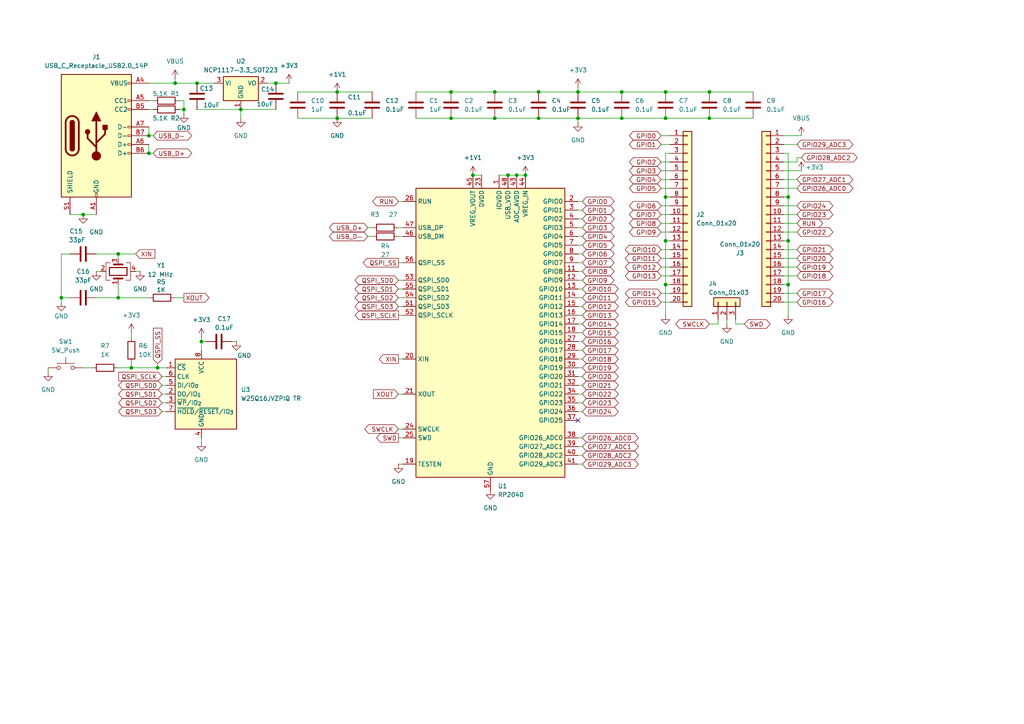
<source format=kicad_sch>
(kicad_sch (version 20250114) (generator "eeschema") (generator_version "9.0")
  (paper "A4")
  (lib_symbols
    (symbol "Connector:USB_C_Receptacle_USB2.0_14P" (pin_names (offset 1.016))
      (property "Reference" "J" (at 0 22.225 0))
      (property "Value" "USB_C_Receptacle_USB2.0_14P" (at 0 19.685 0))
      (symbol "USB_C_Receptacle_USB2.0_14P_1_1"
        (pin passive line (at -7.62 -22.86 90) (length 5.08) (name "SHIELD") (number "S1"))
        (pin passive line (at 0 -22.86 90) (length 5.08) (name "GND") (number "A1"))
        (pin passive line (at 0 -22.86 90) (length 5.08) (hide yes) (name "GND") (number "A12"))
        (pin passive line (at 0 -22.86 90) (length 5.08) (hide yes) (name "GND") (number "B1"))
        (pin passive line (at 0 -22.86 90) (length 5.08) (hide yes) (name "GND") (number "B12"))
        (pin passive line (at 15.24 15.24 180) (length 5.08) (name "VBUS") (number "A4"))
        (pin passive line (at 15.24 15.24 180) (length 5.08) (hide yes) (name "VBUS") (number "A9"))
        (pin passive line (at 15.24 15.24 180) (length 5.08) (hide yes) (name "VBUS") (number "B4"))
        (pin passive line (at 15.24 15.24 180) (length 5.08) (hide yes) (name "VBUS") (number "B9"))
        (pin bidirectional line (at 15.24 10.16 180) (length 5.08) (name "CC1") (number "A5"))
        (pin bidirectional line (at 15.24 7.62 180) (length 5.08) (name "CC2") (number "B5"))
        (pin bidirectional line (at 15.24 2.54 180) (length 5.08) (name "D-") (number "A7"))
        (pin bidirectional line (at 15.24 0 180) (length 5.08) (name "D-") (number "B7"))
        (pin bidirectional line (at 15.24 -2.54 180) (length 5.08) (name "D+") (number "A6"))
        (pin bidirectional line (at 15.24 -5.08 180) (length 5.08) (name "D+") (number "B6"))
      )
    )
    (symbol "Connector_Generic:Conn_01x03" (pin_names (offset 1.016) (hide yes))
      (property "Reference" "J" (at 0 5.08 0))
      (property "Value" "Conn_01x03" (at 0 -5.08 0))
      (symbol "Conn_01x03_1_1"
        (pin passive line (at -5.08 2.54 0) (length 3.81) (name "Pin_1") (number "1"))
        (pin passive line (at -5.08 0 0) (length 3.81) (name "Pin_2") (number "2"))
        (pin passive line (at -5.08 -2.54 0) (length 3.81) (name "Pin_3") (number "3"))
      )
    )
    (symbol "Connector_Generic:Conn_01x20" (pin_names (offset 1.016) (hide yes))
      (property "Reference" "J" (at 0 25.4 0))
      (property "Value" "Conn_01x20" (at 0 -27.94 0))
      (symbol "Conn_01x20_1_1"
        (pin passive line (at -5.08 22.86 0) (length 3.81) (name "Pin_1") (number "1"))
        (pin passive line (at -5.08 20.32 0) (length 3.81) (name "Pin_2") (number "2"))
        (pin passive line (at -5.08 17.78 0) (length 3.81) (name "Pin_3") (number "3"))
        (pin passive line (at -5.08 15.24 0) (length 3.81) (name "Pin_4") (number "4"))
        (pin passive line (at -5.08 12.7 0) (length 3.81) (name "Pin_5") (number "5"))
        (pin passive line (at -5.08 10.16 0) (length 3.81) (name "Pin_6") (number "6"))
        (pin passive line (at -5.08 7.62 0) (length 3.81) (name "Pin_7") (number "7"))
        (pin passive line (at -5.08 5.08 0) (length 3.81) (name "Pin_8") (number "8"))
        (pin passive line (at -5.08 2.54 0) (length 3.81) (name "Pin_9") (number "9"))
        (pin passive line (at -5.08 0 0) (length 3.81) (name "Pin_10") (number "10"))
        (pin passive line (at -5.08 -2.54 0) (length 3.81) (name "Pin_11") (number "11"))
        (pin passive line (at -5.08 -5.08 0) (length 3.81) (name "Pin_12") (number "12"))
        (pin passive line (at -5.08 -7.62 0) (length 3.81) (name "Pin_13") (number "13"))
        (pin passive line (at -5.08 -10.16 0) (length 3.81) (name "Pin_14") (number "14"))
        (pin passive line (at -5.08 -12.7 0) (length 3.81) (name "Pin_15") (number "15"))
        (pin passive line (at -5.08 -15.24 0) (length 3.81) (name "Pin_16") (number "16"))
        (pin passive line (at -5.08 -17.78 0) (length 3.81) (name "Pin_17") (number "17"))
        (pin passive line (at -5.08 -20.32 0) (length 3.81) (name "Pin_18") (number "18"))
        (pin passive line (at -5.08 -22.86 0) (length 3.81) (name "Pin_19") (number "19"))
        (pin passive line (at -5.08 -25.4 0) (length 3.81) (name "Pin_20") (number "20"))
      )
    )
    (symbol "Device:C" (pin_numbers (hide yes)) (pin_names (offset 0.254))
      (property "Reference" "C" (at 0.635 2.54 0))
      (property "Value" "C" (at 0.635 -2.54 0))
      (symbol "C_1_1"
        (pin passive line (at 0 3.81 270) (length 2.794) (name "~") (number "1"))
        (pin passive line (at 0 -3.81 90) (length 2.794) (name "~") (number "2"))
      )
    )
    (symbol "Device:Crystal_GND24" (pin_names (offset 1.016) (hide yes))
      (property "Reference" "Y" (at 3.175 5.08 0))
      (property "Value" "Crystal_GND24" (at 3.175 3.175 0))
      (symbol "Crystal_GND24_1_1"
        (pin passive line (at -3.81 0 0) (length 1.27) (name "1") (number "1"))
        (pin passive line (at 0 5.08 270) (length 1.27) (name "2") (number "2"))
        (pin passive line (at 0 -5.08 90) (length 1.27) (name "4") (number "4"))
        (pin passive line (at 3.81 0 180) (length 1.27) (name "3") (number "3"))
      )
    )
    (symbol "Device:R" (pin_numbers (hide yes)) (pin_names (offset 0))
      (property "Reference" "R" (at 2.032 0 90))
      (property "Value" "R" (at 0 0 90))
      (symbol "R_1_1"
        (pin passive line (at 0 3.81 270) (length 1.27) (name "~") (number "1"))
        (pin passive line (at 0 -3.81 90) (length 1.27) (name "~") (number "2"))
      )
    )
    (symbol "MCU_RaspberryPi:RP2040"
      (property "Reference" "U" (at 17.78 45.72 0))
      (property "Value" "RP2040" (at 17.78 43.18 0))
      (symbol "RP2040_1_1"
        (pin input line (at -25.4 38.1 0) (length 3.81) (name "RUN") (number "26"))
        (pin bidirectional line (at -25.4 30.48 0) (length 3.81) (name "USB_DP") (number "47"))
        (pin bidirectional line (at -25.4 27.94 0) (length 3.81) (name "USB_DM") (number "46"))
        (pin bidirectional line (at -25.4 20.32 0) (length 3.81) (name "QSPI_SS") (number "56"))
        (pin bidirectional line (at -25.4 15.24 0) (length 3.81) (name "QSPI_SD0") (number "53"))
        (pin bidirectional line (at -25.4 12.7 0) (length 3.81) (name "QSPI_SD1") (number "55"))
        (pin bidirectional line (at -25.4 10.16 0) (length 3.81) (name "QSPI_SD2") (number "54"))
        (pin bidirectional line (at -25.4 7.62 0) (length 3.81) (name "QSPI_SD3") (number "51"))
        (pin output line (at -25.4 5.08 0) (length 3.81) (name "QSPI_SCLK") (number "52"))
        (pin input line (at -25.4 -7.62 0) (length 3.81) (name "XIN") (number "20"))
        (pin passive line (at -25.4 -17.78 0) (length 3.81) (name "XOUT") (number "21"))
        (pin input line (at -25.4 -27.94 0) (length 3.81) (name "SWCLK") (number "24"))
        (pin bidirectional line (at -25.4 -30.48 0) (length 3.81) (name "SWD") (number "25"))
        (pin input line (at -25.4 -38.1 0) (length 3.81) (name "TESTEN") (number "19"))
        (pin power_out line (at -5.08 45.72 270) (length 3.81) (name "VREG_VOUT") (number "45"))
        (pin power_in line (at -2.54 45.72 270) (length 3.81) (name "DVDD") (number "23"))
        (pin passive line (at -2.54 45.72 270) (length 3.81) (hide yes) (name "DVDD") (number "50"))
        (pin power_in line (at 0 -45.72 90) (length 3.81) (name "GND") (number "57"))
        (pin power_in line (at 2.54 45.72 270) (length 3.81) (name "IOVDD") (number "1"))
        (pin passive line (at 2.54 45.72 270) (length 3.81) (hide yes) (name "IOVDD") (number "10"))
        (pin passive line (at 2.54 45.72 270) (length 3.81) (hide yes) (name "IOVDD") (number "22"))
        (pin passive line (at 2.54 45.72 270) (length 3.81) (hide yes) (name "IOVDD") (number "33"))
        (pin passive line (at 2.54 45.72 270) (length 3.81) (hide yes) (name "IOVDD") (number "42"))
        (pin passive line (at 2.54 45.72 270) (length 3.81) (hide yes) (name "IOVDD") (number "49"))
        (pin power_in line (at 5.08 45.72 270) (length 3.81) (name "USB_VDD") (number "48"))
        (pin power_in line (at 7.62 45.72 270) (length 3.81) (name "ADC_AVDD") (number "43"))
        (pin power_in line (at 10.16 45.72 270) (length 3.81) (name "VREG_IN") (number "44"))
        (pin bidirectional line (at 25.4 38.1 180) (length 3.81) (name "GPIO0") (number "2"))
        (pin bidirectional line (at 25.4 35.56 180) (length 3.81) (name "GPIO1") (number "3"))
        (pin bidirectional line (at 25.4 33.02 180) (length 3.81) (name "GPIO2") (number "4"))
        (pin bidirectional line (at 25.4 30.48 180) (length 3.81) (name "GPIO3") (number "5"))
        (pin bidirectional line (at 25.4 27.94 180) (length 3.81) (name "GPIO4") (number "6"))
        (pin bidirectional line (at 25.4 25.4 180) (length 3.81) (name "GPIO5") (number "7"))
        (pin bidirectional line (at 25.4 22.86 180) (length 3.81) (name "GPIO6") (number "8"))
        (pin bidirectional line (at 25.4 20.32 180) (length 3.81) (name "GPIO7") (number "9"))
        (pin bidirectional line (at 25.4 17.78 180) (length 3.81) (name "GPIO8") (number "11"))
        (pin bidirectional line (at 25.4 15.24 180) (length 3.81) (name "GPIO9") (number "12"))
        (pin bidirectional line (at 25.4 12.7 180) (length 3.81) (name "GPIO10") (number "13"))
        (pin bidirectional line (at 25.4 10.16 180) (length 3.81) (name "GPIO11") (number "14"))
        (pin bidirectional line (at 25.4 7.62 180) (length 3.81) (name "GPIO12") (number "15"))
        (pin bidirectional line (at 25.4 5.08 180) (length 3.81) (name "GPIO13") (number "16"))
        (pin bidirectional line (at 25.4 2.54 180) (length 3.81) (name "GPIO14") (number "17"))
        (pin bidirectional line (at 25.4 0 180) (length 3.81) (name "GPIO15") (number "18"))
        (pin bidirectional line (at 25.4 -2.54 180) (length 3.81) (name "GPIO16") (number "27"))
        (pin bidirectional line (at 25.4 -5.08 180) (length 3.81) (name "GPIO17") (number "28"))
        (pin bidirectional line (at 25.4 -7.62 180) (length 3.81) (name "GPIO18") (number "29"))
        (pin bidirectional line (at 25.4 -10.16 180) (length 3.81) (name "GPIO19") (number "30"))
        (pin bidirectional line (at 25.4 -12.7 180) (length 3.81) (name "GPIO20") (number "31"))
        (pin bidirectional line (at 25.4 -15.24 180) (length 3.81) (name "GPIO21") (number "32"))
        (pin bidirectional line (at 25.4 -17.78 180) (length 3.81) (name "GPIO22") (number "34"))
        (pin bidirectional line (at 25.4 -20.32 180) (length 3.81) (name "GPIO23") (number "35"))
        (pin bidirectional line (at 25.4 -22.86 180) (length 3.81) (name "GPIO24") (number "36"))
        (pin bidirectional line (at 25.4 -25.4 180) (length 3.81) (name "GPIO25") (number "37"))
        (pin bidirectional line (at 25.4 -30.48 180) (length 3.81) (name "GPIO26_ADC0") (number "38"))
        (pin bidirectional line (at 25.4 -33.02 180) (length 3.81) (name "GPIO27_ADC1") (number "39"))
        (pin bidirectional line (at 25.4 -35.56 180) (length 3.81) (name "GPIO28_ADC2") (number "40"))
        (pin bidirectional line (at 25.4 -38.1 180) (length 3.81) (name "GPIO29_ADC3") (number "41"))
      )
    )
    (symbol "Memory_Flash:W25Q128JVS"
      (property "Reference" "U" (at -6.35 11.43 0))
      (property "Value" "W25Q128JVS" (at 7.62 11.43 0))
      (symbol "W25Q128JVS_1_1"
        (pin input line (at -10.16 7.62 0) (length 2.54) (name "~{CS}") (number "1"))
        (pin input line (at -10.16 5.08 0) (length 2.54) (name "CLK") (number "6"))
        (pin bidirectional line (at -10.16 2.54 0) (length 2.54) (name "DI/IO_{0}") (number "5"))
        (pin bidirectional line (at -10.16 0 0) (length 2.54) (name "DO/IO_{1}") (number "2"))
        (pin bidirectional line (at -10.16 -2.54 0) (length 2.54) (name "~{WP}/IO_{2}") (number "3"))
        (pin bidirectional line (at -10.16 -5.08 0) (length 2.54) (name "~{HOLD}/~{RESET}/IO_{3}") (number "7"))
        (pin power_in line (at 0 12.7 270) (length 2.54) (name "VCC") (number "8"))
        (pin power_in line (at 0 -12.7 90) (length 2.54) (name "GND") (number "4"))
      )
    )
    (symbol "Regulator_Linear:NCP1117-3.3_SOT223"
      (property "Reference" "U" (at -3.81 3.175 0))
      (property "Value" "NCP1117-3.3_SOT223" (at 0 3.175 0))
      (symbol "NCP1117-3.3_SOT223_1_1"
        (pin power_in line (at -7.62 0 0) (length 2.54) (name "VI") (number "3"))
        (pin power_in line (at 0 -7.62 90) (length 2.54) (name "GND") (number "1"))
        (pin power_out line (at 7.62 0 180) (length 2.54) (name "VO") (number "2"))
      )
    )
    (symbol "Switch:SW_Push" (pin_numbers (hide yes)) (pin_names (offset 1.016) (hide yes))
      (property "Reference" "SW" (at 1.27 2.54 0))
      (property "Value" "SW_Push" (at 0 -1.524 0))
      (symbol "SW_Push_0_1"
        (pin passive line (at -5.08 0 0) (length 2.54) (name "1") (number "1"))
        (pin passive line (at 5.08 0 180) (length 2.54) (name "2") (number "2"))
      )
    )
    (symbol "power:+1V1" (power) (pin_numbers (hide yes)) (pin_names (offset 0) (hide yes))
      (property "Value" "+1V1" (at 0 3.556 0))
      (symbol "+1V1_1_1"
        (pin power_in line (at 0 0 90) (length 0) (name "~") (number "1"))
      )
    )
    (symbol "power:+3V3" (power) (pin_numbers (hide yes)) (pin_names (offset 0) (hide yes))
      (property "Value" "+3V3" (at 0 3.556 0))
      (symbol "+3V3_1_1"
        (pin power_in line (at 0 0 90) (length 0) (name "~") (number "1"))
      )
    )
    (symbol "power:GND" (power) (pin_numbers (hide yes)) (pin_names (offset 0) (hide yes))
      (property "Value" "GND" (at 0 -3.81 0))
      (symbol "GND_1_1"
        (pin power_in line (at 0 0 270) (length 0) (name "~") (number "1"))
      )
    )
    (symbol "power:VBUS" (power) (pin_numbers (hide yes)) (pin_names (offset 0) (hide yes))
      (property "Value" "VBUS" (at 0 3.556 0))
      (symbol "VBUS_1_1"
        (pin power_in line (at 0 0 90) (length 0) (name "~") (number "1"))
      )
    )
  )
  (junction (at 43.18 39.37))
  (junction (at 24.13 62.23))
  (junction (at 57.15 24.13))
  (junction (at 193.04 82.55))
  (junction (at 205.74 26.67))
  (junction (at 137.16 50.8))
  (junction (at 143.51 34.29))
  (junction (at 34.29 86.36))
  (junction (at 97.79 26.67))
  (junction (at 58.42 99.06))
  (junction (at 45.72 106.68))
  (junction (at 43.18 44.45))
  (junction (at 167.64 26.67))
  (junction (at 17.78 86.36))
  (junction (at 193.04 57.15))
  (junction (at 193.04 69.85))
  (junction (at 228.6 82.55))
  (junction (at 156.21 26.67))
  (junction (at 205.74 34.29))
  (junction (at 149.86 50.8))
  (junction (at 167.64 34.29))
  (junction (at 69.85 31.75))
  (junction (at 34.29 73.66))
  (junction (at 152.4 50.8))
  (junction (at 50.8 24.13))
  (junction (at 53.34 31.75))
  (junction (at 38.1 106.68))
  (junction (at 228.6 69.85))
  (junction (at 130.81 26.67))
  (junction (at 130.81 34.29))
  (junction (at 143.51 26.67))
  (junction (at 193.04 26.67))
  (junction (at 156.21 34.29))
  (junction (at 193.04 34.29))
  (junction (at 97.79 34.29))
  (junction (at 147.32 50.8))
  (junction (at 80.01 24.13))
  (junction (at 180.34 34.29))
  (junction (at 228.6 57.15))
  (junction (at 180.34 26.67))
  (no_connect (at 167.64 121.92))
  (wire (pts (xy 69.85 31.75) (xy 69.85 34.29)))
  (wire (pts (xy 191.77 62.23) (xy 194.31 62.23)))
  (wire (pts (xy 191.77 87.63) (xy 194.31 87.63)))
  (wire (pts (xy 193.04 26.67) (xy 205.74 26.67)))
  (wire (pts (xy 227.33 80.01) (xy 231.14 80.01)))
  (wire (pts (xy 191.77 77.47) (xy 194.31 77.47)))
  (wire (pts (xy 167.64 68.58) (xy 168.91 68.58)))
  (wire (pts (xy 227.33 77.47) (xy 231.14 77.47)))
  (wire (pts (xy 167.64 129.54) (xy 168.91 129.54)))
  (wire (pts (xy 115.57 114.3) (xy 116.84 114.3)))
  (wire (pts (xy 137.16 50.8) (xy 139.7 50.8)))
  (wire (pts (xy 231.14 45.72) (xy 232.41 45.72)))
  (wire (pts (xy 191.77 64.77) (xy 194.31 64.77)))
  (wire (pts (xy 115.57 76.2) (xy 116.84 76.2)))
  (wire (pts (xy 58.42 97.79) (xy 58.42 99.06)))
  (wire (pts (xy 227.33 41.91) (xy 231.14 41.91)))
  (wire (pts (xy 20.32 62.23) (xy 24.13 62.23)))
  (wire (pts (xy 228.6 44.45) (xy 228.6 57.15)))
  (wire (pts (xy 191.77 41.91) (xy 194.31 41.91)))
  (wire (pts (xy 67.31 99.06) (xy 68.58 99.06)))
  (wire (pts (xy 156.21 34.29) (xy 167.64 34.29)))
  (wire (pts (xy 167.64 63.5) (xy 168.91 63.5)))
  (wire (pts (xy 167.64 104.14) (xy 168.91 104.14)))
  (wire (pts (xy 227.33 49.53) (xy 232.41 49.53)))
  (wire (pts (xy 193.04 82.55) (xy 193.04 91.44)))
  (wire (pts (xy 53.34 29.21) (xy 53.34 31.75)))
  (wire (pts (xy 228.6 69.85) (xy 228.6 57.15)))
  (wire (pts (xy 180.34 26.67) (xy 193.04 26.67)))
  (wire (pts (xy 227.33 85.09) (xy 231.14 85.09)))
  (wire (pts (xy 143.51 26.67) (xy 156.21 26.67)))
  (wire (pts (xy 167.64 58.42) (xy 168.91 58.42)))
  (wire (pts (xy 167.64 26.67) (xy 180.34 26.67)))
  (wire (pts (xy 58.42 127) (xy 58.42 128.27)))
  (wire (pts (xy 115.57 81.28) (xy 116.84 81.28)))
  (wire (pts (xy 208.28 92.71) (xy 208.28 93.98)))
  (wire (pts (xy 46.99 114.3) (xy 48.26 114.3)))
  (wire (pts (xy 167.64 134.62) (xy 168.91 134.62)))
  (wire (pts (xy 24.13 106.68) (xy 26.67 106.68)))
  (wire (pts (xy 227.33 52.07) (xy 231.14 52.07)))
  (wire (pts (xy 115.57 104.14) (xy 116.84 104.14)))
  (wire (pts (xy 86.36 34.29) (xy 97.79 34.29)))
  (wire (pts (xy 191.77 74.93) (xy 194.31 74.93)))
  (wire (pts (xy 45.72 105.41) (xy 45.72 106.68)))
  (wire (pts (xy 115.57 68.58) (xy 116.84 68.58)))
  (wire (pts (xy 46.99 119.38) (xy 48.26 119.38)))
  (wire (pts (xy 120.65 26.67) (xy 130.81 26.67)))
  (wire (pts (xy 227.33 72.39) (xy 231.14 72.39)))
  (wire (pts (xy 167.64 71.12) (xy 168.91 71.12)))
  (wire (pts (xy 46.99 111.76) (xy 48.26 111.76)))
  (wire (pts (xy 115.57 88.9) (xy 116.84 88.9)))
  (wire (pts (xy 27.94 78.74) (xy 29.21 78.74)))
  (wire (pts (xy 191.77 72.39) (xy 194.31 72.39)))
  (wire (pts (xy 77.47 24.13) (xy 80.01 24.13)))
  (wire (pts (xy 231.14 46.99) (xy 231.14 45.72)))
  (wire (pts (xy 34.29 73.66) (xy 39.37 73.66)))
  (wire (pts (xy 43.18 44.45) (xy 44.45 44.45)))
  (wire (pts (xy 53.34 31.75) (xy 52.07 31.75)))
  (wire (pts (xy 191.77 59.69) (xy 194.31 59.69)))
  (wire (pts (xy 167.64 73.66) (xy 168.91 73.66)))
  (wire (pts (xy 50.8 22.86) (xy 50.8 24.13)))
  (wire (pts (xy 208.28 93.98) (xy 205.74 93.98)))
  (wire (pts (xy 13.97 106.68) (xy 13.97 107.95)))
  (wire (pts (xy 227.33 46.99) (xy 231.14 46.99)))
  (wire (pts (xy 228.6 82.55) (xy 228.6 69.85)))
  (wire (pts (xy 167.64 76.2) (xy 168.91 76.2)))
  (wire (pts (xy 227.33 44.45) (xy 228.6 44.45)))
  (wire (pts (xy 115.57 58.42) (xy 116.84 58.42)))
  (wire (pts (xy 52.07 29.21) (xy 53.34 29.21)))
  (wire (pts (xy 130.81 34.29) (xy 143.51 34.29)))
  (wire (pts (xy 167.64 101.6) (xy 168.91 101.6)))
  (wire (pts (xy 167.64 127) (xy 168.91 127)))
  (wire (pts (xy 17.78 86.36) (xy 17.78 87.63)))
  (wire (pts (xy 115.57 83.82) (xy 116.84 83.82)))
  (wire (pts (xy 193.04 82.55) (xy 193.04 69.85)))
  (wire (pts (xy 115.57 66.04) (xy 116.84 66.04)))
  (wire (pts (xy 205.74 34.29) (xy 218.44 34.29)))
  (wire (pts (xy 57.15 24.13) (xy 62.23 24.13)))
  (wire (pts (xy 34.29 73.66) (xy 27.94 73.66)))
  (wire (pts (xy 227.33 59.69) (xy 231.14 59.69)))
  (wire (pts (xy 227.33 54.61) (xy 231.14 54.61)))
  (wire (pts (xy 193.04 57.15) (xy 194.31 57.15)))
  (wire (pts (xy 167.64 78.74) (xy 168.91 78.74)))
  (wire (pts (xy 69.85 31.75) (xy 80.01 31.75)))
  (wire (pts (xy 115.57 124.46) (xy 116.84 124.46)))
  (wire (pts (xy 167.64 25.4) (xy 167.64 26.67)))
  (wire (pts (xy 167.64 60.96) (xy 168.91 60.96)))
  (wire (pts (xy 144.78 50.8) (xy 147.32 50.8)))
  (wire (pts (xy 191.77 39.37) (xy 194.31 39.37)))
  (wire (pts (xy 43.18 24.13) (xy 50.8 24.13)))
  (wire (pts (xy 167.64 34.29) (xy 180.34 34.29)))
  (wire (pts (xy 156.21 26.67) (xy 167.64 26.67)))
  (wire (pts (xy 191.77 85.09) (xy 194.31 85.09)))
  (wire (pts (xy 167.64 91.44) (xy 168.91 91.44)))
  (wire (pts (xy 194.31 69.85) (xy 193.04 69.85)))
  (wire (pts (xy 34.29 82.55) (xy 34.29 86.36)))
  (wire (pts (xy 213.36 93.98) (xy 215.9 93.98)))
  (wire (pts (xy 193.04 44.45) (xy 193.04 57.15)))
  (wire (pts (xy 167.64 66.04) (xy 168.91 66.04)))
  (wire (pts (xy 34.29 86.36) (xy 43.18 86.36)))
  (wire (pts (xy 167.64 114.3) (xy 168.91 114.3)))
  (wire (pts (xy 180.34 34.29) (xy 193.04 34.29)))
  (wire (pts (xy 53.34 33.02) (xy 53.34 31.75)))
  (wire (pts (xy 20.32 73.66) (xy 17.78 73.66)))
  (wire (pts (xy 80.01 24.13) (xy 83.82 24.13)))
  (wire (pts (xy 130.81 26.67) (xy 143.51 26.67)))
  (wire (pts (xy 38.1 105.41) (xy 38.1 106.68)))
  (wire (pts (xy 57.15 31.75) (xy 69.85 31.75)))
  (wire (pts (xy 106.68 68.58) (xy 107.95 68.58)))
  (wire (pts (xy 43.18 29.21) (xy 44.45 29.21)))
  (wire (pts (xy 191.77 54.61) (xy 194.31 54.61)))
  (wire (pts (xy 227.33 57.15) (xy 228.6 57.15)))
  (wire (pts (xy 213.36 92.71) (xy 213.36 93.98)))
  (wire (pts (xy 38.1 96.52) (xy 38.1 97.79)))
  (wire (pts (xy 227.33 74.93) (xy 231.14 74.93)))
  (wire (pts (xy 191.77 80.01) (xy 194.31 80.01)))
  (wire (pts (xy 227.33 39.37) (xy 232.41 39.37)))
  (wire (pts (xy 27.94 86.36) (xy 34.29 86.36)))
  (wire (pts (xy 193.04 34.29) (xy 205.74 34.29)))
  (wire (pts (xy 167.64 93.98) (xy 168.91 93.98)))
  (wire (pts (xy 48.26 106.68) (xy 45.72 106.68)))
  (wire (pts (xy 46.99 109.22) (xy 48.26 109.22)))
  (wire (pts (xy 228.6 82.55) (xy 228.6 91.44)))
  (wire (pts (xy 86.36 26.67) (xy 97.79 26.67)))
  (wire (pts (xy 39.37 78.74) (xy 40.64 78.74)))
  (wire (pts (xy 227.33 87.63) (xy 231.14 87.63)))
  (wire (pts (xy 227.33 69.85) (xy 228.6 69.85)))
  (wire (pts (xy 17.78 73.66) (xy 17.78 86.36)))
  (wire (pts (xy 210.82 92.71) (xy 210.82 93.98)))
  (wire (pts (xy 194.31 44.45) (xy 193.04 44.45)))
  (wire (pts (xy 143.51 34.29) (xy 156.21 34.29)))
  (wire (pts (xy 147.32 50.8) (xy 149.86 50.8)))
  (wire (pts (xy 167.64 88.9) (xy 168.91 88.9)))
  (wire (pts (xy 167.64 116.84) (xy 168.91 116.84)))
  (wire (pts (xy 97.79 26.67) (xy 107.95 26.67)))
  (wire (pts (xy 24.13 62.23) (xy 27.94 62.23)))
  (wire (pts (xy 193.04 69.85) (xy 193.04 57.15)))
  (wire (pts (xy 205.74 26.67) (xy 218.44 26.67)))
  (wire (pts (xy 45.72 106.68) (xy 38.1 106.68)))
  (wire (pts (xy 115.57 86.36) (xy 116.84 86.36)))
  (wire (pts (xy 167.64 106.68) (xy 168.91 106.68)))
  (wire (pts (xy 167.64 99.06) (xy 168.91 99.06)))
  (wire (pts (xy 167.64 81.28) (xy 168.91 81.28)))
  (wire (pts (xy 167.64 83.82) (xy 168.91 83.82)))
  (wire (pts (xy 227.33 82.55) (xy 228.6 82.55)))
  (wire (pts (xy 97.79 34.29) (xy 107.95 34.29)))
  (wire (pts (xy 167.64 119.38) (xy 168.91 119.38)))
  (wire (pts (xy 58.42 99.06) (xy 59.69 99.06)))
  (wire (pts (xy 115.57 127) (xy 116.84 127)))
  (wire (pts (xy 167.64 35.56) (xy 167.64 34.29)))
  (wire (pts (xy 43.18 41.91) (xy 43.18 44.45)))
  (wire (pts (xy 17.78 86.36) (xy 20.32 86.36)))
  (wire (pts (xy 34.29 74.93) (xy 34.29 73.66)))
  (wire (pts (xy 43.18 39.37) (xy 44.45 39.37)))
  (wire (pts (xy 167.64 132.08) (xy 168.91 132.08)))
  (wire (pts (xy 50.8 24.13) (xy 57.15 24.13)))
  (wire (pts (xy 43.18 36.83) (xy 43.18 39.37)))
  (wire (pts (xy 106.68 66.04) (xy 107.95 66.04)))
  (wire (pts (xy 167.64 111.76) (xy 168.91 111.76)))
  (wire (pts (xy 34.29 106.68) (xy 38.1 106.68)))
  (wire (pts (xy 227.33 62.23) (xy 231.14 62.23)))
  (wire (pts (xy 227.33 64.77) (xy 231.14 64.77)))
  (wire (pts (xy 46.99 116.84) (xy 48.26 116.84)))
  (wire (pts (xy 191.77 46.99) (xy 194.31 46.99)))
  (wire (pts (xy 191.77 49.53) (xy 194.31 49.53)))
  (wire (pts (xy 191.77 67.31) (xy 194.31 67.31)))
  (wire (pts (xy 120.65 34.29) (xy 130.81 34.29)))
  (wire (pts (xy 167.64 86.36) (xy 168.91 86.36)))
  (wire (pts (xy 115.57 134.62) (xy 116.84 134.62)))
  (wire (pts (xy 115.57 91.44) (xy 116.84 91.44)))
  (wire (pts (xy 50.8 86.36) (xy 53.34 86.36)))
  (wire (pts (xy 227.33 67.31) (xy 231.14 67.31)))
  (wire (pts (xy 167.64 109.22) (xy 168.91 109.22)))
  (wire (pts (xy 167.64 96.52) (xy 168.91 96.52)))
  (wire (pts (xy 58.42 99.06) (xy 58.42 101.6)))
  (wire (pts (xy 43.18 31.75) (xy 44.45 31.75)))
  (wire (pts (xy 149.86 50.8) (xy 152.4 50.8)))
  (wire (pts (xy 194.31 82.55) (xy 193.04 82.55)))
  (wire (pts (xy 191.77 52.07) (xy 194.31 52.07)))
  (global_label "GPIO13" (shape bidirectional) (at 168.91 91.44 0) (property "Intersheetrefs" "${INTERSHEET_REFS}" (effects (hide yes))))
  (global_label "GPIO8" (shape bidirectional) (at 191.77 64.77 180) (property "Intersheetrefs" "${INTERSHEET_REFS}" (effects (hide yes))))
  (global_label "GPIO10" (shape bidirectional) (at 168.91 83.82 0) (property "Intersheetrefs" "${INTERSHEET_REFS}" (effects (hide yes))))
  (global_label "GPIO26_ADC0" (shape bidirectional) (at 168.91 127 0) (property "Intersheetrefs" "${INTERSHEET_REFS}" (effects (hide yes))))
  (global_label "QSPI_SD1" (shape bidirectional) (at 115.57 83.82 180) (property "Intersheetrefs" "${INTERSHEET_REFS}" (effects (hide yes))))
  (global_label "QSPI_SD0" (shape bidirectional) (at 46.99 111.76 180) (property "Intersheetrefs" "${INTERSHEET_REFS}" (effects (hide yes))))
  (global_label "GPIO23" (shape bidirectional) (at 231.14 62.23 0) (property "Intersheetrefs" "${INTERSHEET_REFS}" (effects (hide yes))))
  (global_label "QSPI_SD3" (shape bidirectional) (at 46.99 119.38 180) (property "Intersheetrefs" "${INTERSHEET_REFS}" (effects (hide yes))))
  (global_label "RUN" (shape bidirectional) (at 115.57 58.42 180) (property "Intersheetrefs" "${INTERSHEET_REFS}" (effects (hide yes))))
  (global_label "GPIO4" (shape bidirectional) (at 191.77 52.07 180) (property "Intersheetrefs" "${INTERSHEET_REFS}" (effects (hide yes))))
  (global_label "QSPI_SD0" (shape bidirectional) (at 115.57 81.28 180) (property "Intersheetrefs" "${INTERSHEET_REFS}" (effects (hide yes))))
  (global_label "GPIO11" (shape bidirectional) (at 168.91 86.36 0) (property "Intersheetrefs" "${INTERSHEET_REFS}" (effects (hide yes))))
  (global_label "GPIO16" (shape bidirectional) (at 168.91 99.06 0) (property "Intersheetrefs" "${INTERSHEET_REFS}" (effects (hide yes))))
  (global_label "GPIO6" (shape bidirectional) (at 168.91 73.66 0) (property "Intersheetrefs" "${INTERSHEET_REFS}" (effects (hide yes))))
  (global_label "QSPI_SS" (shape output) (at 115.57 76.2 180) (property "Intersheetrefs" "${INTERSHEET_REFS}" (effects (hide yes))))
  (global_label "GPIO5" (shape bidirectional) (at 191.77 54.61 180) (property "Intersheetrefs" "${INTERSHEET_REFS}" (effects (hide yes))))
  (global_label "GPIO21" (shape bidirectional) (at 231.14 72.39 0) (property "Intersheetrefs" "${INTERSHEET_REFS}" (effects (hide yes))))
  (global_label "GPIO13" (shape bidirectional) (at 191.77 80.01 180) (property "Intersheetrefs" "${INTERSHEET_REFS}" (effects (hide yes))))
  (global_label "GPIO6" (shape bidirectional) (at 191.77 59.69 180) (property "Intersheetrefs" "${INTERSHEET_REFS}" (effects (hide yes))))
  (global_label "GPIO16" (shape bidirectional) (at 231.14 87.63 0) (property "Intersheetrefs" "${INTERSHEET_REFS}" (effects (hide yes))))
  (global_label "SWCLK" (shape bidirectional) (at 205.74 93.98 180) (property "Intersheetrefs" "${INTERSHEET_REFS}" (effects (hide yes))))
  (global_label "RUN" (shape bidirectional) (at 231.14 64.77 0) (property "Intersheetrefs" "${INTERSHEET_REFS}" (effects (hide yes))))
  (global_label "USB_D+" (shape bidirectional) (at 44.45 44.45 0) (property "Intersheetrefs" "${INTERSHEET_REFS}" (effects (hide yes))))
  (global_label "SWD" (shape output) (at 115.57 127 180) (property "Intersheetrefs" "${INTERSHEET_REFS}" (effects (hide yes))))
  (global_label "GPIO2" (shape bidirectional) (at 168.91 63.5 0) (property "Intersheetrefs" "${INTERSHEET_REFS}" (effects (hide yes))))
  (global_label "GPIO9" (shape bidirectional) (at 168.91 81.28 0) (property "Intersheetrefs" "${INTERSHEET_REFS}" (effects (hide yes))))
  (global_label "GPIO24" (shape bidirectional) (at 168.91 119.38 0) (property "Intersheetrefs" "${INTERSHEET_REFS}" (effects (hide yes))))
  (global_label "GPIO7" (shape bidirectional) (at 191.77 62.23 180) (property "Intersheetrefs" "${INTERSHEET_REFS}" (effects (hide yes))))
  (global_label "GPIO0" (shape bidirectional) (at 191.77 39.37 180) (property "Intersheetrefs" "${INTERSHEET_REFS}" (effects (hide yes))))
  (global_label "GPIO29_ADC3" (shape bidirectional) (at 168.91 134.62 0) (property "Intersheetrefs" "${INTERSHEET_REFS}" (effects (hide yes))))
  (global_label "QSPI_SD2" (shape bidirectional) (at 46.99 116.84 180) (property "Intersheetrefs" "${INTERSHEET_REFS}" (effects (hide yes))))
  (global_label "GPIO11" (shape bidirectional) (at 191.77 74.93 180) (property "Intersheetrefs" "${INTERSHEET_REFS}" (effects (hide yes))))
  (global_label "GPIO20" (shape bidirectional) (at 231.14 74.93 0) (property "Intersheetrefs" "${INTERSHEET_REFS}" (effects (hide yes))))
  (global_label "GPIO14" (shape bidirectional) (at 191.77 85.09 180) (property "Intersheetrefs" "${INTERSHEET_REFS}" (effects (hide yes))))
  (global_label "GPIO19" (shape bidirectional) (at 168.91 106.68 0) (property "Intersheetrefs" "${INTERSHEET_REFS}" (effects (hide yes))))
  (global_label "GPIO27_ADC1" (shape bidirectional) (at 168.91 129.54 0) (property "Intersheetrefs" "${INTERSHEET_REFS}" (effects (hide yes))))
  (global_label "XOUT" (shape input) (at 115.57 114.3 180) (property "Intersheetrefs" "${INTERSHEET_REFS}" (effects (hide yes))))
  (global_label "GPIO28_ADC2" (shape bidirectional) (at 232.41 45.72 0) (property "Intersheetrefs" "${INTERSHEET_REFS}" (effects (hide yes))))
  (global_label "GPIO3" (shape bidirectional) (at 191.77 49.53 180) (property "Intersheetrefs" "${INTERSHEET_REFS}" (effects (hide yes))))
  (global_label "GPIO2" (shape bidirectional) (at 191.77 46.99 180) (property "Intersheetrefs" "${INTERSHEET_REFS}" (effects (hide yes))))
  (global_label "GPIO17" (shape bidirectional) (at 168.91 101.6 0) (property "Intersheetrefs" "${INTERSHEET_REFS}" (effects (hide yes))))
  (global_label "GPIO22" (shape bidirectional) (at 168.91 114.3 0) (property "Intersheetrefs" "${INTERSHEET_REFS}" (effects (hide yes))))
  (global_label "GPIO1" (shape bidirectional) (at 191.77 41.91 180) (property "Intersheetrefs" "${INTERSHEET_REFS}" (effects (hide yes))))
  (global_label "QSPI_SCLK" (shape output) (at 115.57 91.44 180) (property "Intersheetrefs" "${INTERSHEET_REFS}" (effects (hide yes))))
  (global_label "XIN" (shape output) (at 115.57 104.14 180) (property "Intersheetrefs" "${INTERSHEET_REFS}" (effects (hide yes))))
  (global_label "USB_D+" (shape bidirectional) (at 106.68 66.04 180) (property "Intersheetrefs" "${INTERSHEET_REFS}" (effects (hide yes))))
  (global_label "GPIO7" (shape bidirectional) (at 168.91 76.2 0) (property "Intersheetrefs" "${INTERSHEET_REFS}" (effects (hide yes))))
  (global_label "QSPI_SD3" (shape bidirectional) (at 115.57 88.9 180) (property "Intersheetrefs" "${INTERSHEET_REFS}" (effects (hide yes))))
  (global_label "GPIO20" (shape bidirectional) (at 168.91 109.22 0) (property "Intersheetrefs" "${INTERSHEET_REFS}" (effects (hide yes))))
  (global_label "SWCLK" (shape bidirectional) (at 115.57 124.46 180) (property "Intersheetrefs" "${INTERSHEET_REFS}" (effects (hide yes))))
  (global_label "GPIO4" (shape bidirectional) (at 168.91 68.58 0) (property "Intersheetrefs" "${INTERSHEET_REFS}" (effects (hide yes))))
  (global_label "GPIO22" (shape bidirectional) (at 231.14 67.31 0) (property "Intersheetrefs" "${INTERSHEET_REFS}" (effects (hide yes))))
  (global_label "GPIO9" (shape bidirectional) (at 191.77 67.31 180) (property "Intersheetrefs" "${INTERSHEET_REFS}" (effects (hide yes))))
  (global_label "GPIO18" (shape bidirectional) (at 168.91 104.14 0) (property "Intersheetrefs" "${INTERSHEET_REFS}" (effects (hide yes))))
  (global_label "GPIO14" (shape bidirectional) (at 168.91 93.98 0) (property "Intersheetrefs" "${INTERSHEET_REFS}" (effects (hide yes))))
  (global_label "XIN" (shape input) (at 39.37 73.66 0) (property "Intersheetrefs" "${INTERSHEET_REFS}" (effects (hide yes))))
  (global_label "GPIO27_ADC1" (shape bidirectional) (at 231.14 52.07 0) (property "Intersheetrefs" "${INTERSHEET_REFS}" (effects (hide yes))))
  (global_label "QSPI_SS" (shape input) (at 45.72 105.41 90) (property "Intersheetrefs" "${INTERSHEET_REFS}" (effects (hide yes))))
  (global_label "XOUT" (shape output) (at 53.34 86.36 0) (property "Intersheetrefs" "${INTERSHEET_REFS}" (effects (hide yes))))
  (global_label "GPIO0" (shape bidirectional) (at 168.91 58.42 0) (property "Intersheetrefs" "${INTERSHEET_REFS}" (effects (hide yes))))
  (global_label "QSPI_SCLK" (shape input) (at 46.99 109.22 180) (property "Intersheetrefs" "${INTERSHEET_REFS}" (effects (hide yes))))
  (global_label "GPIO1" (shape bidirectional) (at 168.91 60.96 0) (property "Intersheetrefs" "${INTERSHEET_REFS}" (effects (hide yes))))
  (global_label "GPIO19" (shape bidirectional) (at 231.14 77.47 0) (property "Intersheetrefs" "${INTERSHEET_REFS}" (effects (hide yes))))
  (global_label "GPIO26_ADC0" (shape bidirectional) (at 231.14 54.61 0) (property "Intersheetrefs" "${INTERSHEET_REFS}" (effects (hide yes))))
  (global_label "GPIO18" (shape bidirectional) (at 231.14 80.01 0) (property "Intersheetrefs" "${INTERSHEET_REFS}" (effects (hide yes))))
  (global_label "GPIO23" (shape bidirectional) (at 168.91 116.84 0) (property "Intersheetrefs" "${INTERSHEET_REFS}" (effects (hide yes))))
  (global_label "GPIO3" (shape bidirectional) (at 168.91 66.04 0) (property "Intersheetrefs" "${INTERSHEET_REFS}" (effects (hide yes))))
  (global_label "QSPI_SD1" (shape bidirectional) (at 46.99 114.3 180) (property "Intersheetrefs" "${INTERSHEET_REFS}" (effects (hide yes))))
  (global_label "GPIO28_ADC2" (shape bidirectional) (at 168.91 132.08 0) (property "Intersheetrefs" "${INTERSHEET_REFS}" (effects (hide yes))))
  (global_label "GPIO15" (shape bidirectional) (at 168.91 96.52 0) (property "Intersheetrefs" "${INTERSHEET_REFS}" (effects (hide yes))))
  (global_label "QSPI_SD2" (shape bidirectional) (at 115.57 86.36 180) (property "Intersheetrefs" "${INTERSHEET_REFS}" (effects (hide yes))))
  (global_label "GPIO8" (shape bidirectional) (at 168.91 78.74 0) (property "Intersheetrefs" "${INTERSHEET_REFS}" (effects (hide yes))))
  (global_label "GPIO29_ADC3" (shape bidirectional) (at 231.14 41.91 0) (property "Intersheetrefs" "${INTERSHEET_REFS}" (effects (hide yes))))
  (global_label "GPIO15" (shape bidirectional) (at 191.77 87.63 180) (property "Intersheetrefs" "${INTERSHEET_REFS}" (effects (hide yes))))
  (global_label "GPIO10" (shape bidirectional) (at 191.77 72.39 180) (property "Intersheetrefs" "${INTERSHEET_REFS}" (effects (hide yes))))
  (global_label "GPIO21" (shape bidirectional) (at 168.91 111.76 0) (property "Intersheetrefs" "${INTERSHEET_REFS}" (effects (hide yes))))
  (global_label "GPIO12" (shape bidirectional) (at 191.77 77.47 180) (property "Intersheetrefs" "${INTERSHEET_REFS}" (effects (hide yes))))
  (global_label "USB_D-" (shape bidirectional) (at 106.68 68.58 180) (property "Intersheetrefs" "${INTERSHEET_REFS}" (effects (hide yes))))
  (global_label "GPIO17" (shape bidirectional) (at 231.14 85.09 0) (property "Intersheetrefs" "${INTERSHEET_REFS}" (effects (hide yes))))
  (global_label "USB_D-" (shape bidirectional) (at 44.45 39.37 0) (property "Intersheetrefs" "${INTERSHEET_REFS}" (effects (hide yes))))
  (global_label "SWD" (shape bidirectional) (at 215.9 93.98 0) (property "Intersheetrefs" "${INTERSHEET_REFS}" (effects (hide yes))))
  (global_label "GPIO12" (shape bidirectional) (at 168.91 88.9 0) (property "Intersheetrefs" "${INTERSHEET_REFS}" (effects (hide yes))))
  (global_label "GPIO24" (shape bidirectional) (at 231.14 59.69 0) (property "Intersheetrefs" "${INTERSHEET_REFS}" (effects (hide yes))))
  (global_label "GPIO5" (shape bidirectional) (at 168.91 71.12 0) (property "Intersheetrefs" "${INTERSHEET_REFS}" (effects (hide yes))))
  (symbol (lib_id "Device:C") (at 24.13 73.66 90) (unit 1)
    (property "Reference" "C15" (at 22.098 67.056 90))
    (property "Value" "33pF" (at 22.352 69.596 90))
    (property "Footprint" "Capacitor_SMD:C_0402_1005Metric" (effects (hide yes)))
    (property "Description" "Unpolarized capacitor" (effects (hide yes)))
  )
  (symbol (lib_id "Device:C") (at 180.34 30.48 0) (unit 1)
    (property "Reference" "C6" (at 184.15 29.2099 0) (effects (justify left)))
    (property "Value" "0.1uF" (at 184.15 31.7499 0) (effects (justify left)))
    (property "Footprint" "Capacitor_SMD:C_0402_1005Metric" (effects (hide yes)))
    (property "Description" "Unpolarized capacitor" (effects (hide yes)))
  )
  (symbol (lib_id "power:+3V3") (at 38.1 96.52 0) (unit 1)
    (property "Reference" "#PWR019" (effects (hide yes)))
    (property "Value" "+3V3" (at 38.1 91.44 0))
    (property "Description" "Power symbol creates a global label with name \"+3V3\"" (effects (hide yes)))
  )
  (symbol (lib_id "power:GND") (at 13.97 107.95 0) (unit 1)
    (property "Reference" "#PWR020" (effects (hide yes)))
    (property "Value" "GND" (at 13.97 113.03 0))
    (property "Description" "Power symbol creates a global label with name \"GND\" , ground" (effects (hide yes)))
  )
  (symbol (lib_id "Connector:USB_C_Receptacle_USB2.0_14P") (at 27.94 39.37 0) (unit 1)
    (property "Reference" "J1" (at 27.94 16.51 0))
    (property "Value" "USB_C_Receptacle_USB2.0_14P" (at 27.94 19.05 0))
    (property "Footprint" "Connector_USB:USB_C_Receptacle_HRO_TYPE-C-31-M-12" (effects (hide yes)))
    (property "Datasheet" "https://www.usb.org/sites/default/files/documents/usb_type-c.zip" (effects (hide yes)))
    (property "Description" "USB 2.0-only 14P Type-C Receptacle connector" (effects (hide yes)))
  )
  (symbol (lib_id "Device:C") (at 205.74 30.48 0) (unit 1)
    (property "Reference" "C8" (at 209.55 29.2099 0) (effects (justify left)))
    (property "Value" "0.1uF" (at 209.55 31.7499 0) (effects (justify left)))
    (property "Footprint" "Capacitor_SMD:C_0402_1005Metric" (effects (hide yes)))
    (property "Description" "Unpolarized capacitor" (effects (hide yes)))
  )
  (symbol (lib_id "Device:C") (at 57.15 27.94 0) (unit 1)
    (property "Reference" "C13" (at 57.912 25.654 0) (effects (justify left)))
    (property "Value" "10uF" (at 58.928 30.48 0) (effects (justify left)))
    (property "Footprint" "Capacitor_SMD:C_0603_1608Metric" (effects (hide yes)))
    (property "Description" "Unpolarized capacitor" (effects (hide yes)))
  )
  (symbol (lib_id "Device:C") (at 86.36 30.48 0) (unit 1)
    (property "Reference" "C10" (at 90.17 29.2099 0) (effects (justify left)))
    (property "Value" "1uF" (at 90.17 31.7499 0) (effects (justify left)))
    (property "Footprint" "Capacitor_SMD:C_0402_1005Metric" (effects (hide yes)))
    (property "Description" "Unpolarized capacitor" (effects (hide yes)))
  )
  (symbol (lib_id "power:GND") (at 228.6 91.44 0) (unit 1)
    (property "Reference" "#PWR025" (effects (hide yes)))
    (property "Value" "GND" (at 228.6 96.52 0))
    (property "Description" "Power symbol creates a global label with name \"GND\" , ground" (effects (hide yes)))
  )
  (symbol (lib_id "power:GND") (at 115.57 134.62 0) (unit 1)
    (property "Reference" "#PWR021" (effects (hide yes)))
    (property "Value" "GND" (at 115.57 139.7 0))
    (property "Description" "Power symbol creates a global label with name \"GND\" , ground" (effects (hide yes)))
  )
  (symbol (lib_id "Connector_Generic:Conn_01x20") (at 222.25 62.23 0) (mirror y) (unit 1)
    (property "Reference" "J3" (at 214.63 73.406 0))
    (property "Value" "Conn_01x20" (at 214.63 70.866 0))
    (property "Footprint" "Connector_PinHeader_2.54mm:PinHeader_1x20_P2.54mm_Vertical" (effects (hide yes)))
    (property "Description" "Generic connector, single row, 01x20, script generated (kicad-library-utils/schlib/autogen/connector/)" (effects (hide yes)))
  )
  (symbol (lib_id "Device:C") (at 218.44 30.48 0) (unit 1)
    (property "Reference" "C9" (at 222.25 29.2099 0) (effects (justify left)))
    (property "Value" "0.1uF" (at 222.25 31.7499 0) (effects (justify left)))
    (property "Footprint" "Capacitor_SMD:C_0402_1005Metric" (effects (hide yes)))
    (property "Description" "Unpolarized capacitor" (effects (hide yes)))
  )
  (symbol (lib_id "Device:R") (at 46.99 86.36 90) (unit 1)
    (property "Reference" "R5" (at 46.736 81.788 90))
    (property "Value" "1K" (at 46.736 84.074 90))
    (property "Footprint" "Resistor_SMD:R_0402_1005Metric" (effects (hide yes)))
    (property "Description" "Resistor" (effects (hide yes)))
  )
  (symbol (lib_id "power:GND") (at 17.78 87.63 0) (unit 1)
    (property "Reference" "#PWR015" (effects (hide yes)))
    (property "Value" "GND" (at 17.78 91.694 0))
    (property "Description" "Power symbol creates a global label with name \"GND\" , ground" (effects (hide yes)))
  )
  (symbol (lib_id "power:+3V3") (at 167.64 25.4 0) (unit 1)
    (property "Reference" "#PWR03" (effects (hide yes)))
    (property "Value" "+3V3" (at 167.64 20.32 0))
    (property "Description" "Power symbol creates a global label with name \"+3V3\"" (effects (hide yes)))
  )
  (symbol (lib_id "Device:C") (at 107.95 30.48 0) (unit 1)
    (property "Reference" "C12" (at 111.76 29.2099 0) (effects (justify left)))
    (property "Value" "0.1uF" (at 111.76 31.7499 0) (effects (justify left)))
    (property "Footprint" "Capacitor_SMD:C_0402_1005Metric" (effects (hide yes)))
    (property "Description" "Unpolarized capacitor" (effects (hide yes)))
  )
  (symbol (lib_id "power:GND") (at 210.82 93.98 0) (unit 1)
    (property "Reference" "#PWR026" (effects (hide yes)))
    (property "Value" "GND" (at 210.82 99.06 0))
    (property "Description" "Power symbol creates a global label with name \"GND\" , ground" (effects (hide yes)))
  )
  (symbol (lib_id "Device:C") (at 130.81 30.48 0) (unit 1)
    (property "Reference" "C2" (at 134.62 29.2099 0) (effects (justify left)))
    (property "Value" "0.1uF" (at 134.62 31.7499 0) (effects (justify left)))
    (property "Footprint" "Capacitor_SMD:C_0402_1005Metric" (effects (hide yes)))
    (property "Description" "Unpolarized capacitor" (effects (hide yes)))
  )
  (symbol (lib_id "Device:C") (at 120.65 30.48 0) (unit 1)
    (property "Reference" "C1" (at 124.46 29.2099 0) (effects (justify left)))
    (property "Value" "1uF" (at 124.46 31.7499 0) (effects (justify left)))
    (property "Footprint" "Capacitor_SMD:C_0402_1005Metric" (effects (hide yes)))
    (property "Description" "Unpolarized capacitor" (effects (hide yes)))
  )
  (symbol (lib_id "power:VBUS") (at 232.41 39.37 0) (unit 1)
    (property "Reference" "#PWR023" (effects (hide yes)))
    (property "Value" "VBUS" (at 232.41 34.29 0))
    (property "Description" "Power symbol creates a global label with name \"VBUS\"" (effects (hide yes)))
  )
  (symbol (lib_id "power:GND") (at 97.79 34.29 0) (unit 1)
    (property "Reference" "#PWR06" (effects (hide yes)))
    (property "Value" "GND" (at 97.79 39.37 0))
    (property "Description" "Power symbol creates a global label with name \"GND\" , ground" (effects (hide yes)))
  )
  (symbol (lib_id "Device:C") (at 156.21 30.48 0) (unit 1)
    (property "Reference" "C4" (at 160.02 29.2099 0) (effects (justify left)))
    (property "Value" "0.1uF" (at 160.02 31.7499 0) (effects (justify left)))
    (property "Footprint" "Capacitor_SMD:C_0402_1005Metric" (effects (hide yes)))
    (property "Description" "Unpolarized capacitor" (effects (hide yes)))
  )
  (symbol (lib_id "power:+1V1") (at 97.79 26.67 0) (unit 1)
    (property "Reference" "#PWR05" (effects (hide yes)))
    (property "Value" "+1V1" (at 97.79 21.59 0))
    (property "Description" "Power symbol creates a global label with name \"+1V1\"" (effects (hide yes)))
  )
  (symbol (lib_id "Memory_Flash:W25Q128JVS") (at 58.42 114.3 0) (unit 1)
    (property "Reference" "U3" (at 69.85 113.0299 0) (effects (justify left)))
    (property "Value" "W25Q16JVZPIQ TR" (at 69.85 115.5699 0) (effects (justify left)))
    (property "Footprint" "Package_SON:Winbond_USON-8-1EP_3x2mm_P0.5mm_EP0.2x1.6mm" (effects (hide yes)))
    (property "Datasheet" "https://www.winbond.com/resource-files/w25q128jv_dtr%20revc%2003272018%20plus.pdf" (effects (hide yes)))
    (property "Description" "128Mbit / 16MiB Serial Flash Memory, Standard/Dual/Quad SPI, 2.7-3.6V, SOIC-8" (effects (hide yes)))
  )
  (symbol (lib_id "MCU_RaspberryPi:RP2040") (at 142.24 96.52 0) (unit 1)
    (property "Reference" "U1" (at 144.3833 140.97 0) (effects (justify left)))
    (property "Value" "RP2040" (at 144.3833 143.51 0) (effects (justify left)))
    (property "Footprint" "Package_DFN_QFN:QFN-56-1EP_7x7mm_P0.4mm_EP3.2x3.2mm" (effects (hide yes)))
    (property "Datasheet" "https://datasheets.raspberrypi.com/rp2040/rp2040-datasheet.pdf" (effects (hide yes)))
    (property "Description" "A microcontroller by Raspberry Pi" (effects (hide yes)))
  )
  (symbol (lib_id "Device:C") (at 24.13 86.36 90) (unit 1)
    (property "Reference" "C16" (at 24.13 78.74 90))
    (property "Value" "33pF" (at 24.13 81.28 90))
    (property "Footprint" "Capacitor_SMD:C_0402_1005Metric" (effects (hide yes)))
    (property "Description" "Unpolarized capacitor" (effects (hide yes)))
  )
  (symbol (lib_id "Connector_Generic:Conn_01x03") (at 210.82 87.63 90) (unit 1)
    (property "Reference" "J4" (at 205.486 82.296 90) (effects (justify right)))
    (property "Value" "Conn_01x03" (at 205.486 84.836 90) (effects (justify right)))
    (property "Footprint" "Connector_PinHeader_2.54mm:PinHeader_1x03_P2.54mm_Vertical" (effects (hide yes)))
    (property "Description" "Generic connector, single row, 01x03, script generated (kicad-library-utils/schlib/autogen/connector/)" (effects (hide yes)))
  )
  (symbol (lib_id "power:GND") (at 40.64 78.74 0) (unit 1)
    (property "Reference" "#PWR014" (effects (hide yes)))
    (property "Value" "GND" (at 40.64 83.82 0))
    (property "Description" "Power symbol creates a global label with name \"GND\" , ground" (effects (hide yes)))
  )
  (symbol (lib_id "power:GND") (at 24.13 62.23 0) (unit 1)
    (property "Reference" "#PWR08" (effects (hide yes)))
    (property "Value" "GND" (at 27.94 67.31 0))
    (property "Description" "Power symbol creates a global label with name \"GND\" , ground" (effects (hide yes)))
  )
  (symbol (lib_id "Device:C") (at 193.04 30.48 0) (unit 1)
    (property "Reference" "C7" (at 196.85 29.2099 0) (effects (justify left)))
    (property "Value" "0.1uF" (at 196.85 31.7499 0) (effects (justify left)))
    (property "Footprint" "Capacitor_SMD:C_0402_1005Metric" (effects (hide yes)))
    (property "Description" "Unpolarized capacitor" (effects (hide yes)))
  )
  (symbol (lib_id "power:GND") (at 58.42 128.27 0) (unit 1)
    (property "Reference" "#PWR016" (effects (hide yes)))
    (property "Value" "GND" (at 58.42 133.35 0))
    (property "Description" "Power symbol creates a global label with name \"GND\" , ground" (effects (hide yes)))
  )
  (symbol (lib_id "Device:C") (at 63.5 99.06 90) (unit 1)
    (property "Reference" "C17" (at 65.024 92.456 90))
    (property "Value" "0.1uF" (at 65.024 94.996 90))
    (property "Footprint" "Capacitor_SMD:C_0402_1005Metric" (effects (hide yes)))
    (property "Description" "Unpolarized capacitor" (effects (hide yes)))
  )
  (symbol (lib_id "power:+1V1") (at 137.16 50.8 0) (unit 1)
    (property "Reference" "#PWR01" (effects (hide yes)))
    (property "Value" "+1V1" (at 137.16 45.72 0))
    (property "Description" "Power symbol creates a global label with name \"+1V1\"" (effects (hide yes)))
  )
  (symbol (lib_id "Device:R") (at 111.76 68.58 90) (unit 1)
    (property "Reference" "R4" (at 111.76 71.374 90))
    (property "Value" "27" (at 111.76 73.914 90))
    (property "Footprint" "Resistor_SMD:R_0402_1005Metric" (effects (hide yes)))
    (property "Description" "Resistor" (effects (hide yes)))
  )
  (symbol (lib_id "power:+3V3") (at 232.41 49.53 0) (unit 1)
    (property "Reference" "#PWR024" (effects (hide yes)))
    (property "Value" "+3V3" (at 236.22 48.514 0))
    (property "Description" "Power symbol creates a global label with name \"+3V3\"" (effects (hide yes)))
  )
  (symbol (lib_id "power:GND") (at 193.04 91.44 0) (unit 1)
    (property "Reference" "#PWR022" (effects (hide yes)))
    (property "Value" "GND" (at 193.04 96.52 0))
    (property "Description" "Power symbol creates a global label with name \"GND\" , ground" (effects (hide yes)))
  )
  (symbol (lib_id "Device:C") (at 97.79 30.48 0) (unit 1)
    (property "Reference" "C11" (at 100.838 28.194 0) (effects (justify left)))
    (property "Value" "0.1uF" (at 100.838 32.766 0) (effects (justify left)))
    (property "Footprint" "Capacitor_SMD:C_0402_1005Metric" (effects (hide yes)))
    (property "Description" "Unpolarized capacitor" (effects (hide yes)))
  )
  (symbol (lib_id "power:VBUS") (at 50.8 22.86 0) (unit 1)
    (property "Reference" "#PWR011" (effects (hide yes)))
    (property "Value" "VBUS" (at 50.8 17.78 0))
    (property "Description" "Power symbol creates a global label with name \"VBUS\"" (effects (hide yes)))
  )
  (symbol (lib_id "power:GND") (at 68.58 99.06 0) (unit 1)
    (property "Reference" "#PWR018" (effects (hide yes)))
    (property "Value" "GND" (at 70.866 103.124 0))
    (property "Description" "Power symbol creates a global label with name \"GND\" , ground" (effects (hide yes)))
  )
  (symbol (lib_id "power:+3V3") (at 152.4 50.8 0) (unit 1)
    (property "Reference" "#PWR02" (effects (hide yes)))
    (property "Value" "+3V3" (at 152.4 45.72 0))
    (property "Description" "Power symbol creates a global label with name \"+3V3\"" (effects (hide yes)))
  )
  (symbol (lib_id "Device:R") (at 48.26 29.21 90) (unit 1)
    (property "Reference" "R1" (at 50.8 27.178 90))
    (property "Value" "5.1K" (at 46.482 27.178 90))
    (property "Footprint" "Resistor_SMD:R_0402_1005Metric" (effects (hide yes)))
    (property "Description" "Resistor" (effects (hide yes)))
  )
  (symbol (lib_id "power:+3V3") (at 83.82 24.13 0) (unit 1)
    (property "Reference" "#PWR012" (effects (hide yes)))
    (property "Value" "+3V3" (at 83.82 19.05 0))
    (property "Description" "Power symbol creates a global label with name \"+3V3\"" (effects (hide yes)))
  )
  (symbol (lib_id "power:GND") (at 69.85 34.29 0) (unit 1)
    (property "Reference" "#PWR010" (effects (hide yes)))
    (property "Value" "GND" (at 69.85 39.37 0))
    (property "Description" "Power symbol creates a global label with name \"GND\" , ground" (effects (hide yes)))
  )
  (symbol (lib_id "Regulator_Linear:NCP1117-3.3_SOT223") (at 69.85 24.13 0) (unit 1)
    (property "Reference" "U2" (at 69.85 17.78 0))
    (property "Value" "NCP1117-3.3_SOT223" (at 69.85 20.32 0))
    (property "Footprint" "Package_TO_SOT_SMD:SOT-223-3_TabPin2" (effects (hide yes)))
    (property "Datasheet" "http://www.onsemi.com/pub_link/Collateral/NCP1117-D.PDF" (effects (hide yes)))
    (property "Description" "1A Low drop-out regulator, Fixed Output 3.3V, SOT-223" (effects (hide yes)))
  )
  (symbol (lib_id "Switch:SW_Push") (at 19.05 106.68 0) (unit 1)
    (property "Reference" "SW1" (at 19.05 99.06 0))
    (property "Value" "SW_Push" (at 19.05 101.6 0))
    (property "Footprint" "Button_Switch_SMD:SW_Push_SPST_NO_Alps_SKRK" (effects (hide yes)))
    (property "Description" "Push button switch, generic, two pins" (effects (hide yes)))
  )
  (symbol (lib_id "power:GND") (at 53.34 33.02 0) (unit 1)
    (property "Reference" "#PWR09" (effects (hide yes)))
    (property "Value" "GND" (at 53.34 37.084 0))
    (property "Description" "Power symbol creates a global label with name \"GND\" , ground" (effects (hide yes)))
  )
  (symbol (lib_id "Device:R") (at 111.76 66.04 90) (unit 1)
    (property "Reference" "R3" (at 108.712 62.23 90))
    (property "Value" "27" (at 114.046 62.23 90))
    (property "Footprint" "Resistor_SMD:R_0402_1005Metric" (effects (hide yes)))
    (property "Description" "Resistor" (effects (hide yes)))
  )
  (symbol (lib_id "power:GND") (at 167.64 35.56 0) (unit 1)
    (property "Reference" "#PWR04" (effects (hide yes)))
    (property "Value" "GND" (at 167.64 40.64 0))
    (property "Description" "Power symbol creates a global label with name \"GND\" , ground" (effects (hide yes)))
  )
  (symbol (lib_id "power:+3V3") (at 58.42 97.79 0) (unit 1)
    (property "Reference" "#PWR017" (effects (hide yes)))
    (property "Value" "+3V3" (at 58.42 92.71 0))
    (property "Description" "Power symbol creates a global label with name \"+3V3\"" (effects (hide yes)))
  )
  (symbol (lib_id "power:GND") (at 27.94 78.74 0) (unit 1)
    (property "Reference" "#PWR013" (effects (hide yes)))
    (property "Value" "GND" (at 27.94 83.82 0))
    (property "Description" "Power symbol creates a global label with name \"GND\" , ground" (effects (hide yes)))
  )
  (symbol (lib_id "Device:R") (at 38.1 101.6 0) (unit 1)
    (property "Reference" "R6" (at 40.132 100.33 0) (effects (justify left)))
    (property "Value" "10K" (at 40.132 102.87 0) (effects (justify left)))
    (property "Footprint" "Resistor_SMD:R_0402_1005Metric" (effects (hide yes)))
    (property "Description" "Resistor" (effects (hide yes)))
  )
  (symbol (lib_id "Device:C") (at 80.01 27.94 0) (unit 1)
    (property "Reference" "C14" (at 75.692 25.908 0) (effects (justify left)))
    (property "Value" "10uF" (at 74.422 30.226 0) (effects (justify left)))
    (property "Footprint" "Capacitor_SMD:C_0603_1608Metric" (effects (hide yes)))
    (property "Description" "Unpolarized capacitor" (effects (hide yes)))
  )
  (symbol (lib_id "Device:C") (at 143.51 30.48 0) (unit 1)
    (property "Reference" "C3" (at 147.32 29.2099 0) (effects (justify left)))
    (property "Value" "0.1uF" (at 147.32 31.7499 0) (effects (justify left)))
    (property "Footprint" "Capacitor_SMD:C_0402_1005Metric" (effects (hide yes)))
    (property "Description" "Unpolarized capacitor" (effects (hide yes)))
  )
  (symbol (lib_id "Device:R") (at 48.26 31.75 90) (unit 1)
    (property "Reference" "R2" (at 50.8 34.29 90))
    (property "Value" "5.1K" (at 46.482 34.29 90))
    (property "Footprint" "Resistor_SMD:R_0402_1005Metric" (effects (hide yes)))
    (property "Description" "Resistor" (effects (hide yes)))
  )
  (symbol (lib_id "Device:C") (at 167.64 30.48 0) (unit 1)
    (property "Reference" "C5" (at 171.45 29.2099 0) (effects (justify left)))
    (property "Value" "0.1uF" (at 171.45 31.7499 0) (effects (justify left)))
    (property "Footprint" "Capacitor_SMD:C_0402_1005Metric" (effects (hide yes)))
    (property "Description" "Unpolarized capacitor" (effects (hide yes)))
  )
  (symbol (lib_id "Device:R") (at 30.48 106.68 90) (unit 1)
    (property "Reference" "R7" (at 30.48 100.33 90))
    (property "Value" "1K" (at 30.48 102.87 90))
    (property "Footprint" "Resistor_SMD:R_0402_1005Metric" (effects (hide yes)))
    (property "Description" "Resistor" (effects (hide yes)))
  )
  (symbol (lib_id "Device:Crystal_GND24") (at 34.29 78.74 90) (unit 1)
    (property "Reference" "Y1" (at 46.736 76.962 90))
    (property "Value" "12 MHz" (at 46.482 79.6288 90))
    (property "Footprint" "Crystal:Crystal_SMD_3225-4Pin_3.2x2.5mm" (effects (hide yes)))
    (property "Description" "Four pin crystal, GND on pins 2 and 4" (effects (hide yes)))
  )
  (symbol (lib_id "power:GND") (at 142.24 142.24 0) (unit 1)
    (property "Reference" "#PWR07" (effects (hide yes)))
    (property "Value" "GND" (at 142.24 147.32 0))
    (property "Description" "Power symbol creates a global label with name \"GND\" , ground" (effects (hide yes)))
  )
  (symbol (lib_id "Connector_Generic:Conn_01x20") (at 199.39 62.23 0) (unit 1)
    (property "Reference" "J2" (at 201.93 62.2299 0) (effects (justify left)))
    (property "Value" "Conn_01x20" (at 201.93 64.7699 0) (effects (justify left)))
    (property "Footprint" "Connector_PinHeader_2.54mm:PinHeader_1x20_P2.54mm_Vertical" (effects (hide yes)))
    (property "Description" "Generic connector, single row, 01x20, script generated (kicad-library-utils/schlib/autogen/connector/)" (effects (hide yes)))
  )
)
</source>
